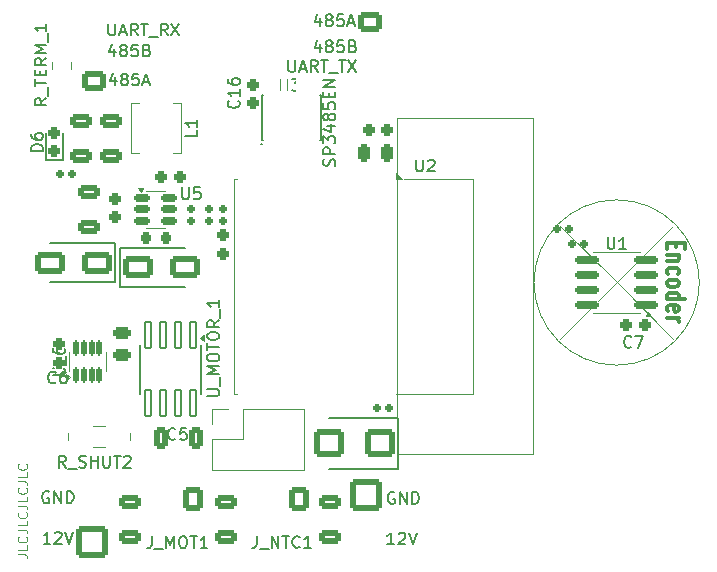
<source format=gbr>
%TF.GenerationSoftware,KiCad,Pcbnew,9.0.3*%
%TF.CreationDate,2025-08-08T12:42:48-04:00*%
%TF.ProjectId,DC_servo_joint,44435f73-6572-4766-9f5f-6a6f696e742e,rev?*%
%TF.SameCoordinates,Original*%
%TF.FileFunction,Legend,Top*%
%TF.FilePolarity,Positive*%
%FSLAX46Y46*%
G04 Gerber Fmt 4.6, Leading zero omitted, Abs format (unit mm)*
G04 Created by KiCad (PCBNEW 9.0.3) date 2025-08-08 12:42:48*
%MOMM*%
%LPD*%
G01*
G04 APERTURE LIST*
G04 Aperture macros list*
%AMRoundRect*
0 Rectangle with rounded corners*
0 $1 Rounding radius*
0 $2 $3 $4 $5 $6 $7 $8 $9 X,Y pos of 4 corners*
0 Add a 4 corners polygon primitive as box body*
4,1,4,$2,$3,$4,$5,$6,$7,$8,$9,$2,$3,0*
0 Add four circle primitives for the rounded corners*
1,1,$1+$1,$2,$3*
1,1,$1+$1,$4,$5*
1,1,$1+$1,$6,$7*
1,1,$1+$1,$8,$9*
0 Add four rect primitives between the rounded corners*
20,1,$1+$1,$2,$3,$4,$5,0*
20,1,$1+$1,$4,$5,$6,$7,0*
20,1,$1+$1,$6,$7,$8,$9,0*
20,1,$1+$1,$8,$9,$2,$3,0*%
G04 Aperture macros list end*
%ADD10C,0.100000*%
%ADD11C,0.150000*%
%ADD12C,0.300000*%
%ADD13C,0.120000*%
%ADD14RoundRect,0.244000X0.269000X-0.244000X0.269000X0.244000X-0.269000X0.244000X-0.269000X-0.244000X0*%
%ADD15C,3.200000*%
%ADD16RoundRect,0.244000X0.244000X0.269000X-0.244000X0.269000X-0.244000X-0.269000X0.244000X-0.269000X0*%
%ADD17RoundRect,0.159000X0.159000X0.189000X-0.159000X0.189000X-0.159000X-0.189000X0.159000X-0.189000X0*%
%ADD18C,1.496000*%
%ADD19RoundRect,0.125000X0.125000X-0.537500X0.125000X0.537500X-0.125000X0.537500X-0.125000X-0.537500X0*%
%ADD20RoundRect,0.269000X0.269000X0.494000X-0.269000X0.494000X-0.269000X-0.494000X0.269000X-0.494000X0*%
%ADD21C,1.296000*%
%ADD22RoundRect,0.159000X0.189000X-0.159000X0.189000X0.159000X-0.189000X0.159000X-0.189000X-0.159000X0*%
%ADD23R,0.500000X0.600000*%
%ADD24C,0.600000*%
%ADD25R,2.900000X2.900000*%
%ADD26R,0.900000X1.500000*%
%ADD27RoundRect,0.266521X0.671479X-0.346479X0.671479X0.346479X-0.671479X0.346479X-0.671479X-0.346479X0*%
%ADD28O,0.570000X1.950000*%
%ADD29C,0.770000*%
%ADD30RoundRect,0.070000X-0.250000X1.100000X-0.250000X-1.100000X0.250000X-1.100000X0.250000X1.100000X0*%
%ADD31R,3.100000X2.400000*%
%ADD32RoundRect,0.239000X0.274000X-0.239000X0.274000X0.239000X-0.274000X0.239000X-0.274000X-0.239000X0*%
%ADD33C,1.700000*%
%ADD34R,1.700000X1.700000*%
%ADD35RoundRect,0.267317X-0.470683X0.280683X-0.470683X-0.280683X0.470683X-0.280683X0.470683X0.280683X0*%
%ADD36RoundRect,0.266521X-0.671479X0.346479X-0.671479X-0.346479X0.671479X-0.346479X0.671479X0.346479X0*%
%ADD37RoundRect,0.150000X0.825000X0.150000X-0.825000X0.150000X-0.825000X-0.150000X0.825000X-0.150000X0*%
%ADD38RoundRect,0.244000X-0.269000X0.244000X-0.269000X-0.244000X0.269000X-0.244000X0.269000X0.244000X0*%
%ADD39RoundRect,0.159000X-0.189000X0.159000X-0.189000X-0.159000X0.189000X-0.159000X0.189000X0.159000X0*%
%ADD40RoundRect,0.266521X-0.346479X-0.671479X0.346479X-0.671479X0.346479X0.671479X-0.346479X0.671479X0*%
%ADD41R,0.600000X0.500000*%
%ADD42R,1.500000X1.800000*%
%ADD43RoundRect,0.258261X1.029739X0.929739X-1.029739X0.929739X-1.029739X-0.929739X1.029739X-0.929739X0*%
%ADD44R,2.286000X1.854500*%
%ADD45RoundRect,0.150000X-0.512500X-0.150000X0.512500X-0.150000X0.512500X0.150000X-0.512500X0.150000X0*%
%ADD46RoundRect,0.159000X-0.159000X-0.189000X0.159000X-0.189000X0.159000X0.189000X-0.159000X0.189000X0*%
%ADD47RoundRect,0.244000X-0.244000X-0.269000X0.244000X-0.269000X0.244000X0.269000X-0.244000X0.269000X0*%
%ADD48RoundRect,0.260556X-1.027444X-0.677444X1.027444X-0.677444X1.027444X0.677444X-1.027444X0.677444X0*%
%ADD49R,1.200000X1.200000*%
%ADD50RoundRect,0.260556X1.027444X0.677444X-1.027444X0.677444X-1.027444X-0.677444X1.027444X-0.677444X0*%
%ADD51RoundRect,0.219000X-0.219000X-0.294000X0.219000X-0.294000X0.219000X0.294000X-0.219000X0.294000X0*%
%ADD52O,1.700000X2.000000*%
%ADD53RoundRect,0.250000X0.600000X0.750000X-0.600000X0.750000X-0.600000X-0.750000X0.600000X-0.750000X0*%
%ADD54O,1.950000X1.700000*%
%ADD55RoundRect,0.250000X-0.725000X0.600000X-0.725000X-0.600000X0.725000X-0.600000X0.725000X0.600000X0*%
%ADD56C,2.700000*%
%ADD57RoundRect,0.250001X1.099999X-1.099999X1.099999X1.099999X-1.099999X1.099999X-1.099999X-1.099999X0*%
%ADD58C,1.600000*%
%ADD59RoundRect,0.250000X-0.388909X-0.673610X0.673610X-0.388909X0.388909X0.673610X-0.673610X0.388909X0*%
%ADD60RoundRect,0.250001X-1.099999X1.099999X-1.099999X-1.099999X1.099999X-1.099999X1.099999X1.099999X0*%
%ADD61RoundRect,0.250000X0.725000X-0.600000X0.725000X0.600000X-0.725000X0.600000X-0.725000X-0.600000X0*%
G04 APERTURE END LIST*
D10*
X157011625Y-74988375D02*
G75*
G02*
X143011625Y-74988375I-7000000J0D01*
G01*
X143011625Y-74988375D02*
G75*
G02*
X157011625Y-74988375I7000000J0D01*
G01*
X150011625Y-74988375D02*
X145200000Y-70200000D01*
X150011625Y-74988375D02*
X154800000Y-70200000D01*
X150011625Y-74988375D02*
X154800000Y-79800000D01*
X150011625Y-74988375D02*
X145200000Y-79800000D01*
X131450000Y-61050000D02*
X142950000Y-61050000D01*
X142950000Y-89550000D01*
X131450000Y-89550000D01*
X131450000Y-61050000D01*
D11*
X107565350Y-57628152D02*
X107565350Y-58294819D01*
X107327255Y-57247200D02*
X107089160Y-57961485D01*
X107089160Y-57961485D02*
X107708207Y-57961485D01*
X108232017Y-57723390D02*
X108136779Y-57675771D01*
X108136779Y-57675771D02*
X108089160Y-57628152D01*
X108089160Y-57628152D02*
X108041541Y-57532914D01*
X108041541Y-57532914D02*
X108041541Y-57485295D01*
X108041541Y-57485295D02*
X108089160Y-57390057D01*
X108089160Y-57390057D02*
X108136779Y-57342438D01*
X108136779Y-57342438D02*
X108232017Y-57294819D01*
X108232017Y-57294819D02*
X108422493Y-57294819D01*
X108422493Y-57294819D02*
X108517731Y-57342438D01*
X108517731Y-57342438D02*
X108565350Y-57390057D01*
X108565350Y-57390057D02*
X108612969Y-57485295D01*
X108612969Y-57485295D02*
X108612969Y-57532914D01*
X108612969Y-57532914D02*
X108565350Y-57628152D01*
X108565350Y-57628152D02*
X108517731Y-57675771D01*
X108517731Y-57675771D02*
X108422493Y-57723390D01*
X108422493Y-57723390D02*
X108232017Y-57723390D01*
X108232017Y-57723390D02*
X108136779Y-57771009D01*
X108136779Y-57771009D02*
X108089160Y-57818628D01*
X108089160Y-57818628D02*
X108041541Y-57913866D01*
X108041541Y-57913866D02*
X108041541Y-58104342D01*
X108041541Y-58104342D02*
X108089160Y-58199580D01*
X108089160Y-58199580D02*
X108136779Y-58247200D01*
X108136779Y-58247200D02*
X108232017Y-58294819D01*
X108232017Y-58294819D02*
X108422493Y-58294819D01*
X108422493Y-58294819D02*
X108517731Y-58247200D01*
X108517731Y-58247200D02*
X108565350Y-58199580D01*
X108565350Y-58199580D02*
X108612969Y-58104342D01*
X108612969Y-58104342D02*
X108612969Y-57913866D01*
X108612969Y-57913866D02*
X108565350Y-57818628D01*
X108565350Y-57818628D02*
X108517731Y-57771009D01*
X108517731Y-57771009D02*
X108422493Y-57723390D01*
X109517731Y-57294819D02*
X109041541Y-57294819D01*
X109041541Y-57294819D02*
X108993922Y-57771009D01*
X108993922Y-57771009D02*
X109041541Y-57723390D01*
X109041541Y-57723390D02*
X109136779Y-57675771D01*
X109136779Y-57675771D02*
X109374874Y-57675771D01*
X109374874Y-57675771D02*
X109470112Y-57723390D01*
X109470112Y-57723390D02*
X109517731Y-57771009D01*
X109517731Y-57771009D02*
X109565350Y-57866247D01*
X109565350Y-57866247D02*
X109565350Y-58104342D01*
X109565350Y-58104342D02*
X109517731Y-58199580D01*
X109517731Y-58199580D02*
X109470112Y-58247200D01*
X109470112Y-58247200D02*
X109374874Y-58294819D01*
X109374874Y-58294819D02*
X109136779Y-58294819D01*
X109136779Y-58294819D02*
X109041541Y-58247200D01*
X109041541Y-58247200D02*
X108993922Y-58199580D01*
X109946303Y-58009104D02*
X110422493Y-58009104D01*
X109851065Y-58294819D02*
X110184398Y-57294819D01*
X110184398Y-57294819D02*
X110517731Y-58294819D01*
X101935588Y-92717438D02*
X101840350Y-92669819D01*
X101840350Y-92669819D02*
X101697493Y-92669819D01*
X101697493Y-92669819D02*
X101554636Y-92717438D01*
X101554636Y-92717438D02*
X101459398Y-92812676D01*
X101459398Y-92812676D02*
X101411779Y-92907914D01*
X101411779Y-92907914D02*
X101364160Y-93098390D01*
X101364160Y-93098390D02*
X101364160Y-93241247D01*
X101364160Y-93241247D02*
X101411779Y-93431723D01*
X101411779Y-93431723D02*
X101459398Y-93526961D01*
X101459398Y-93526961D02*
X101554636Y-93622200D01*
X101554636Y-93622200D02*
X101697493Y-93669819D01*
X101697493Y-93669819D02*
X101792731Y-93669819D01*
X101792731Y-93669819D02*
X101935588Y-93622200D01*
X101935588Y-93622200D02*
X101983207Y-93574580D01*
X101983207Y-93574580D02*
X101983207Y-93241247D01*
X101983207Y-93241247D02*
X101792731Y-93241247D01*
X102411779Y-93669819D02*
X102411779Y-92669819D01*
X102411779Y-92669819D02*
X102983207Y-93669819D01*
X102983207Y-93669819D02*
X102983207Y-92669819D01*
X103459398Y-93669819D02*
X103459398Y-92669819D01*
X103459398Y-92669819D02*
X103697493Y-92669819D01*
X103697493Y-92669819D02*
X103840350Y-92717438D01*
X103840350Y-92717438D02*
X103935588Y-92812676D01*
X103935588Y-92812676D02*
X103983207Y-92907914D01*
X103983207Y-92907914D02*
X104030826Y-93098390D01*
X104030826Y-93098390D02*
X104030826Y-93241247D01*
X104030826Y-93241247D02*
X103983207Y-93431723D01*
X103983207Y-93431723D02*
X103935588Y-93526961D01*
X103935588Y-93526961D02*
X103840350Y-93622200D01*
X103840350Y-93622200D02*
X103697493Y-93669819D01*
X103697493Y-93669819D02*
X103459398Y-93669819D01*
D12*
X155059885Y-71608082D02*
X155059885Y-72008082D01*
X154274171Y-72179510D02*
X154274171Y-71608082D01*
X154274171Y-71608082D02*
X155774171Y-71608082D01*
X155774171Y-71608082D02*
X155774171Y-72179510D01*
X155274171Y-72693796D02*
X154274171Y-72693796D01*
X155131314Y-72693796D02*
X155202742Y-72750939D01*
X155202742Y-72750939D02*
X155274171Y-72865224D01*
X155274171Y-72865224D02*
X155274171Y-73036653D01*
X155274171Y-73036653D02*
X155202742Y-73150939D01*
X155202742Y-73150939D02*
X155059885Y-73208082D01*
X155059885Y-73208082D02*
X154274171Y-73208082D01*
X154345600Y-74293796D02*
X154274171Y-74179510D01*
X154274171Y-74179510D02*
X154274171Y-73950938D01*
X154274171Y-73950938D02*
X154345600Y-73836653D01*
X154345600Y-73836653D02*
X154417028Y-73779510D01*
X154417028Y-73779510D02*
X154559885Y-73722367D01*
X154559885Y-73722367D02*
X154988457Y-73722367D01*
X154988457Y-73722367D02*
X155131314Y-73779510D01*
X155131314Y-73779510D02*
X155202742Y-73836653D01*
X155202742Y-73836653D02*
X155274171Y-73950938D01*
X155274171Y-73950938D02*
X155274171Y-74179510D01*
X155274171Y-74179510D02*
X155202742Y-74293796D01*
X154274171Y-74979509D02*
X154345600Y-74865224D01*
X154345600Y-74865224D02*
X154417028Y-74808081D01*
X154417028Y-74808081D02*
X154559885Y-74750938D01*
X154559885Y-74750938D02*
X154988457Y-74750938D01*
X154988457Y-74750938D02*
X155131314Y-74808081D01*
X155131314Y-74808081D02*
X155202742Y-74865224D01*
X155202742Y-74865224D02*
X155274171Y-74979509D01*
X155274171Y-74979509D02*
X155274171Y-75150938D01*
X155274171Y-75150938D02*
X155202742Y-75265224D01*
X155202742Y-75265224D02*
X155131314Y-75322367D01*
X155131314Y-75322367D02*
X154988457Y-75379509D01*
X154988457Y-75379509D02*
X154559885Y-75379509D01*
X154559885Y-75379509D02*
X154417028Y-75322367D01*
X154417028Y-75322367D02*
X154345600Y-75265224D01*
X154345600Y-75265224D02*
X154274171Y-75150938D01*
X154274171Y-75150938D02*
X154274171Y-74979509D01*
X154274171Y-76408081D02*
X155774171Y-76408081D01*
X154345600Y-76408081D02*
X154274171Y-76293795D01*
X154274171Y-76293795D02*
X154274171Y-76065223D01*
X154274171Y-76065223D02*
X154345600Y-75950938D01*
X154345600Y-75950938D02*
X154417028Y-75893795D01*
X154417028Y-75893795D02*
X154559885Y-75836652D01*
X154559885Y-75836652D02*
X154988457Y-75836652D01*
X154988457Y-75836652D02*
X155131314Y-75893795D01*
X155131314Y-75893795D02*
X155202742Y-75950938D01*
X155202742Y-75950938D02*
X155274171Y-76065223D01*
X155274171Y-76065223D02*
X155274171Y-76293795D01*
X155274171Y-76293795D02*
X155202742Y-76408081D01*
X154345600Y-77436652D02*
X154274171Y-77322366D01*
X154274171Y-77322366D02*
X154274171Y-77093795D01*
X154274171Y-77093795D02*
X154345600Y-76979509D01*
X154345600Y-76979509D02*
X154488457Y-76922366D01*
X154488457Y-76922366D02*
X155059885Y-76922366D01*
X155059885Y-76922366D02*
X155202742Y-76979509D01*
X155202742Y-76979509D02*
X155274171Y-77093795D01*
X155274171Y-77093795D02*
X155274171Y-77322366D01*
X155274171Y-77322366D02*
X155202742Y-77436652D01*
X155202742Y-77436652D02*
X155059885Y-77493795D01*
X155059885Y-77493795D02*
X154917028Y-77493795D01*
X154917028Y-77493795D02*
X154774171Y-76922366D01*
X154274171Y-78008080D02*
X155274171Y-78008080D01*
X154988457Y-78008080D02*
X155131314Y-78065223D01*
X155131314Y-78065223D02*
X155202742Y-78122366D01*
X155202742Y-78122366D02*
X155274171Y-78236651D01*
X155274171Y-78236651D02*
X155274171Y-78350937D01*
D11*
X122211779Y-56169819D02*
X122211779Y-56979342D01*
X122211779Y-56979342D02*
X122259398Y-57074580D01*
X122259398Y-57074580D02*
X122307017Y-57122200D01*
X122307017Y-57122200D02*
X122402255Y-57169819D01*
X122402255Y-57169819D02*
X122592731Y-57169819D01*
X122592731Y-57169819D02*
X122687969Y-57122200D01*
X122687969Y-57122200D02*
X122735588Y-57074580D01*
X122735588Y-57074580D02*
X122783207Y-56979342D01*
X122783207Y-56979342D02*
X122783207Y-56169819D01*
X123211779Y-56884104D02*
X123687969Y-56884104D01*
X123116541Y-57169819D02*
X123449874Y-56169819D01*
X123449874Y-56169819D02*
X123783207Y-57169819D01*
X124687969Y-57169819D02*
X124354636Y-56693628D01*
X124116541Y-57169819D02*
X124116541Y-56169819D01*
X124116541Y-56169819D02*
X124497493Y-56169819D01*
X124497493Y-56169819D02*
X124592731Y-56217438D01*
X124592731Y-56217438D02*
X124640350Y-56265057D01*
X124640350Y-56265057D02*
X124687969Y-56360295D01*
X124687969Y-56360295D02*
X124687969Y-56503152D01*
X124687969Y-56503152D02*
X124640350Y-56598390D01*
X124640350Y-56598390D02*
X124592731Y-56646009D01*
X124592731Y-56646009D02*
X124497493Y-56693628D01*
X124497493Y-56693628D02*
X124116541Y-56693628D01*
X124973684Y-56169819D02*
X125545112Y-56169819D01*
X125259398Y-57169819D02*
X125259398Y-56169819D01*
X125640351Y-57265057D02*
X126402255Y-57265057D01*
X126497494Y-56169819D02*
X127068922Y-56169819D01*
X126783208Y-57169819D02*
X126783208Y-56169819D01*
X127307018Y-56169819D02*
X127973684Y-57169819D01*
X127973684Y-56169819D02*
X127307018Y-57169819D01*
X124915350Y-54828152D02*
X124915350Y-55494819D01*
X124677255Y-54447200D02*
X124439160Y-55161485D01*
X124439160Y-55161485D02*
X125058207Y-55161485D01*
X125582017Y-54923390D02*
X125486779Y-54875771D01*
X125486779Y-54875771D02*
X125439160Y-54828152D01*
X125439160Y-54828152D02*
X125391541Y-54732914D01*
X125391541Y-54732914D02*
X125391541Y-54685295D01*
X125391541Y-54685295D02*
X125439160Y-54590057D01*
X125439160Y-54590057D02*
X125486779Y-54542438D01*
X125486779Y-54542438D02*
X125582017Y-54494819D01*
X125582017Y-54494819D02*
X125772493Y-54494819D01*
X125772493Y-54494819D02*
X125867731Y-54542438D01*
X125867731Y-54542438D02*
X125915350Y-54590057D01*
X125915350Y-54590057D02*
X125962969Y-54685295D01*
X125962969Y-54685295D02*
X125962969Y-54732914D01*
X125962969Y-54732914D02*
X125915350Y-54828152D01*
X125915350Y-54828152D02*
X125867731Y-54875771D01*
X125867731Y-54875771D02*
X125772493Y-54923390D01*
X125772493Y-54923390D02*
X125582017Y-54923390D01*
X125582017Y-54923390D02*
X125486779Y-54971009D01*
X125486779Y-54971009D02*
X125439160Y-55018628D01*
X125439160Y-55018628D02*
X125391541Y-55113866D01*
X125391541Y-55113866D02*
X125391541Y-55304342D01*
X125391541Y-55304342D02*
X125439160Y-55399580D01*
X125439160Y-55399580D02*
X125486779Y-55447200D01*
X125486779Y-55447200D02*
X125582017Y-55494819D01*
X125582017Y-55494819D02*
X125772493Y-55494819D01*
X125772493Y-55494819D02*
X125867731Y-55447200D01*
X125867731Y-55447200D02*
X125915350Y-55399580D01*
X125915350Y-55399580D02*
X125962969Y-55304342D01*
X125962969Y-55304342D02*
X125962969Y-55113866D01*
X125962969Y-55113866D02*
X125915350Y-55018628D01*
X125915350Y-55018628D02*
X125867731Y-54971009D01*
X125867731Y-54971009D02*
X125772493Y-54923390D01*
X126867731Y-54494819D02*
X126391541Y-54494819D01*
X126391541Y-54494819D02*
X126343922Y-54971009D01*
X126343922Y-54971009D02*
X126391541Y-54923390D01*
X126391541Y-54923390D02*
X126486779Y-54875771D01*
X126486779Y-54875771D02*
X126724874Y-54875771D01*
X126724874Y-54875771D02*
X126820112Y-54923390D01*
X126820112Y-54923390D02*
X126867731Y-54971009D01*
X126867731Y-54971009D02*
X126915350Y-55066247D01*
X126915350Y-55066247D02*
X126915350Y-55304342D01*
X126915350Y-55304342D02*
X126867731Y-55399580D01*
X126867731Y-55399580D02*
X126820112Y-55447200D01*
X126820112Y-55447200D02*
X126724874Y-55494819D01*
X126724874Y-55494819D02*
X126486779Y-55494819D01*
X126486779Y-55494819D02*
X126391541Y-55447200D01*
X126391541Y-55447200D02*
X126343922Y-55399580D01*
X127677255Y-54971009D02*
X127820112Y-55018628D01*
X127820112Y-55018628D02*
X127867731Y-55066247D01*
X127867731Y-55066247D02*
X127915350Y-55161485D01*
X127915350Y-55161485D02*
X127915350Y-55304342D01*
X127915350Y-55304342D02*
X127867731Y-55399580D01*
X127867731Y-55399580D02*
X127820112Y-55447200D01*
X127820112Y-55447200D02*
X127724874Y-55494819D01*
X127724874Y-55494819D02*
X127343922Y-55494819D01*
X127343922Y-55494819D02*
X127343922Y-54494819D01*
X127343922Y-54494819D02*
X127677255Y-54494819D01*
X127677255Y-54494819D02*
X127772493Y-54542438D01*
X127772493Y-54542438D02*
X127820112Y-54590057D01*
X127820112Y-54590057D02*
X127867731Y-54685295D01*
X127867731Y-54685295D02*
X127867731Y-54780533D01*
X127867731Y-54780533D02*
X127820112Y-54875771D01*
X127820112Y-54875771D02*
X127772493Y-54923390D01*
X127772493Y-54923390D02*
X127677255Y-54971009D01*
X127677255Y-54971009D02*
X127343922Y-54971009D01*
D10*
X99296895Y-97990163D02*
X99868323Y-97990163D01*
X99868323Y-97990163D02*
X99982609Y-98028258D01*
X99982609Y-98028258D02*
X100058800Y-98104449D01*
X100058800Y-98104449D02*
X100096895Y-98218734D01*
X100096895Y-98218734D02*
X100096895Y-98294925D01*
X100096895Y-97228258D02*
X100096895Y-97609210D01*
X100096895Y-97609210D02*
X99296895Y-97609210D01*
X100020704Y-96504448D02*
X100058800Y-96542544D01*
X100058800Y-96542544D02*
X100096895Y-96656829D01*
X100096895Y-96656829D02*
X100096895Y-96733020D01*
X100096895Y-96733020D02*
X100058800Y-96847306D01*
X100058800Y-96847306D02*
X99982609Y-96923496D01*
X99982609Y-96923496D02*
X99906419Y-96961591D01*
X99906419Y-96961591D02*
X99754038Y-96999687D01*
X99754038Y-96999687D02*
X99639752Y-96999687D01*
X99639752Y-96999687D02*
X99487371Y-96961591D01*
X99487371Y-96961591D02*
X99411180Y-96923496D01*
X99411180Y-96923496D02*
X99334990Y-96847306D01*
X99334990Y-96847306D02*
X99296895Y-96733020D01*
X99296895Y-96733020D02*
X99296895Y-96656829D01*
X99296895Y-96656829D02*
X99334990Y-96542544D01*
X99334990Y-96542544D02*
X99373085Y-96504448D01*
X99296895Y-95933020D02*
X99868323Y-95933020D01*
X99868323Y-95933020D02*
X99982609Y-95971115D01*
X99982609Y-95971115D02*
X100058800Y-96047306D01*
X100058800Y-96047306D02*
X100096895Y-96161591D01*
X100096895Y-96161591D02*
X100096895Y-96237782D01*
X100096895Y-95171115D02*
X100096895Y-95552067D01*
X100096895Y-95552067D02*
X99296895Y-95552067D01*
X100020704Y-94447305D02*
X100058800Y-94485401D01*
X100058800Y-94485401D02*
X100096895Y-94599686D01*
X100096895Y-94599686D02*
X100096895Y-94675877D01*
X100096895Y-94675877D02*
X100058800Y-94790163D01*
X100058800Y-94790163D02*
X99982609Y-94866353D01*
X99982609Y-94866353D02*
X99906419Y-94904448D01*
X99906419Y-94904448D02*
X99754038Y-94942544D01*
X99754038Y-94942544D02*
X99639752Y-94942544D01*
X99639752Y-94942544D02*
X99487371Y-94904448D01*
X99487371Y-94904448D02*
X99411180Y-94866353D01*
X99411180Y-94866353D02*
X99334990Y-94790163D01*
X99334990Y-94790163D02*
X99296895Y-94675877D01*
X99296895Y-94675877D02*
X99296895Y-94599686D01*
X99296895Y-94599686D02*
X99334990Y-94485401D01*
X99334990Y-94485401D02*
X99373085Y-94447305D01*
X99296895Y-93875877D02*
X99868323Y-93875877D01*
X99868323Y-93875877D02*
X99982609Y-93913972D01*
X99982609Y-93913972D02*
X100058800Y-93990163D01*
X100058800Y-93990163D02*
X100096895Y-94104448D01*
X100096895Y-94104448D02*
X100096895Y-94180639D01*
X100096895Y-93113972D02*
X100096895Y-93494924D01*
X100096895Y-93494924D02*
X99296895Y-93494924D01*
X100020704Y-92390162D02*
X100058800Y-92428258D01*
X100058800Y-92428258D02*
X100096895Y-92542543D01*
X100096895Y-92542543D02*
X100096895Y-92618734D01*
X100096895Y-92618734D02*
X100058800Y-92733020D01*
X100058800Y-92733020D02*
X99982609Y-92809210D01*
X99982609Y-92809210D02*
X99906419Y-92847305D01*
X99906419Y-92847305D02*
X99754038Y-92885401D01*
X99754038Y-92885401D02*
X99639752Y-92885401D01*
X99639752Y-92885401D02*
X99487371Y-92847305D01*
X99487371Y-92847305D02*
X99411180Y-92809210D01*
X99411180Y-92809210D02*
X99334990Y-92733020D01*
X99334990Y-92733020D02*
X99296895Y-92618734D01*
X99296895Y-92618734D02*
X99296895Y-92542543D01*
X99296895Y-92542543D02*
X99334990Y-92428258D01*
X99334990Y-92428258D02*
X99373085Y-92390162D01*
X99296895Y-91818734D02*
X99868323Y-91818734D01*
X99868323Y-91818734D02*
X99982609Y-91856829D01*
X99982609Y-91856829D02*
X100058800Y-91933020D01*
X100058800Y-91933020D02*
X100096895Y-92047305D01*
X100096895Y-92047305D02*
X100096895Y-92123496D01*
X100096895Y-91056829D02*
X100096895Y-91437781D01*
X100096895Y-91437781D02*
X99296895Y-91437781D01*
X100020704Y-90333019D02*
X100058800Y-90371115D01*
X100058800Y-90371115D02*
X100096895Y-90485400D01*
X100096895Y-90485400D02*
X100096895Y-90561591D01*
X100096895Y-90561591D02*
X100058800Y-90675877D01*
X100058800Y-90675877D02*
X99982609Y-90752067D01*
X99982609Y-90752067D02*
X99906419Y-90790162D01*
X99906419Y-90790162D02*
X99754038Y-90828258D01*
X99754038Y-90828258D02*
X99639752Y-90828258D01*
X99639752Y-90828258D02*
X99487371Y-90790162D01*
X99487371Y-90790162D02*
X99411180Y-90752067D01*
X99411180Y-90752067D02*
X99334990Y-90675877D01*
X99334990Y-90675877D02*
X99296895Y-90561591D01*
X99296895Y-90561591D02*
X99296895Y-90485400D01*
X99296895Y-90485400D02*
X99334990Y-90371115D01*
X99334990Y-90371115D02*
X99373085Y-90333019D01*
D11*
X106986779Y-53069819D02*
X106986779Y-53879342D01*
X106986779Y-53879342D02*
X107034398Y-53974580D01*
X107034398Y-53974580D02*
X107082017Y-54022200D01*
X107082017Y-54022200D02*
X107177255Y-54069819D01*
X107177255Y-54069819D02*
X107367731Y-54069819D01*
X107367731Y-54069819D02*
X107462969Y-54022200D01*
X107462969Y-54022200D02*
X107510588Y-53974580D01*
X107510588Y-53974580D02*
X107558207Y-53879342D01*
X107558207Y-53879342D02*
X107558207Y-53069819D01*
X107986779Y-53784104D02*
X108462969Y-53784104D01*
X107891541Y-54069819D02*
X108224874Y-53069819D01*
X108224874Y-53069819D02*
X108558207Y-54069819D01*
X109462969Y-54069819D02*
X109129636Y-53593628D01*
X108891541Y-54069819D02*
X108891541Y-53069819D01*
X108891541Y-53069819D02*
X109272493Y-53069819D01*
X109272493Y-53069819D02*
X109367731Y-53117438D01*
X109367731Y-53117438D02*
X109415350Y-53165057D01*
X109415350Y-53165057D02*
X109462969Y-53260295D01*
X109462969Y-53260295D02*
X109462969Y-53403152D01*
X109462969Y-53403152D02*
X109415350Y-53498390D01*
X109415350Y-53498390D02*
X109367731Y-53546009D01*
X109367731Y-53546009D02*
X109272493Y-53593628D01*
X109272493Y-53593628D02*
X108891541Y-53593628D01*
X109748684Y-53069819D02*
X110320112Y-53069819D01*
X110034398Y-54069819D02*
X110034398Y-53069819D01*
X110415351Y-54165057D02*
X111177255Y-54165057D01*
X111986779Y-54069819D02*
X111653446Y-53593628D01*
X111415351Y-54069819D02*
X111415351Y-53069819D01*
X111415351Y-53069819D02*
X111796303Y-53069819D01*
X111796303Y-53069819D02*
X111891541Y-53117438D01*
X111891541Y-53117438D02*
X111939160Y-53165057D01*
X111939160Y-53165057D02*
X111986779Y-53260295D01*
X111986779Y-53260295D02*
X111986779Y-53403152D01*
X111986779Y-53403152D02*
X111939160Y-53498390D01*
X111939160Y-53498390D02*
X111891541Y-53546009D01*
X111891541Y-53546009D02*
X111796303Y-53593628D01*
X111796303Y-53593628D02*
X111415351Y-53593628D01*
X112320113Y-53069819D02*
X112986779Y-54069819D01*
X112986779Y-53069819D02*
X112320113Y-54069819D01*
X107490350Y-55178152D02*
X107490350Y-55844819D01*
X107252255Y-54797200D02*
X107014160Y-55511485D01*
X107014160Y-55511485D02*
X107633207Y-55511485D01*
X108157017Y-55273390D02*
X108061779Y-55225771D01*
X108061779Y-55225771D02*
X108014160Y-55178152D01*
X108014160Y-55178152D02*
X107966541Y-55082914D01*
X107966541Y-55082914D02*
X107966541Y-55035295D01*
X107966541Y-55035295D02*
X108014160Y-54940057D01*
X108014160Y-54940057D02*
X108061779Y-54892438D01*
X108061779Y-54892438D02*
X108157017Y-54844819D01*
X108157017Y-54844819D02*
X108347493Y-54844819D01*
X108347493Y-54844819D02*
X108442731Y-54892438D01*
X108442731Y-54892438D02*
X108490350Y-54940057D01*
X108490350Y-54940057D02*
X108537969Y-55035295D01*
X108537969Y-55035295D02*
X108537969Y-55082914D01*
X108537969Y-55082914D02*
X108490350Y-55178152D01*
X108490350Y-55178152D02*
X108442731Y-55225771D01*
X108442731Y-55225771D02*
X108347493Y-55273390D01*
X108347493Y-55273390D02*
X108157017Y-55273390D01*
X108157017Y-55273390D02*
X108061779Y-55321009D01*
X108061779Y-55321009D02*
X108014160Y-55368628D01*
X108014160Y-55368628D02*
X107966541Y-55463866D01*
X107966541Y-55463866D02*
X107966541Y-55654342D01*
X107966541Y-55654342D02*
X108014160Y-55749580D01*
X108014160Y-55749580D02*
X108061779Y-55797200D01*
X108061779Y-55797200D02*
X108157017Y-55844819D01*
X108157017Y-55844819D02*
X108347493Y-55844819D01*
X108347493Y-55844819D02*
X108442731Y-55797200D01*
X108442731Y-55797200D02*
X108490350Y-55749580D01*
X108490350Y-55749580D02*
X108537969Y-55654342D01*
X108537969Y-55654342D02*
X108537969Y-55463866D01*
X108537969Y-55463866D02*
X108490350Y-55368628D01*
X108490350Y-55368628D02*
X108442731Y-55321009D01*
X108442731Y-55321009D02*
X108347493Y-55273390D01*
X109442731Y-54844819D02*
X108966541Y-54844819D01*
X108966541Y-54844819D02*
X108918922Y-55321009D01*
X108918922Y-55321009D02*
X108966541Y-55273390D01*
X108966541Y-55273390D02*
X109061779Y-55225771D01*
X109061779Y-55225771D02*
X109299874Y-55225771D01*
X109299874Y-55225771D02*
X109395112Y-55273390D01*
X109395112Y-55273390D02*
X109442731Y-55321009D01*
X109442731Y-55321009D02*
X109490350Y-55416247D01*
X109490350Y-55416247D02*
X109490350Y-55654342D01*
X109490350Y-55654342D02*
X109442731Y-55749580D01*
X109442731Y-55749580D02*
X109395112Y-55797200D01*
X109395112Y-55797200D02*
X109299874Y-55844819D01*
X109299874Y-55844819D02*
X109061779Y-55844819D01*
X109061779Y-55844819D02*
X108966541Y-55797200D01*
X108966541Y-55797200D02*
X108918922Y-55749580D01*
X110252255Y-55321009D02*
X110395112Y-55368628D01*
X110395112Y-55368628D02*
X110442731Y-55416247D01*
X110442731Y-55416247D02*
X110490350Y-55511485D01*
X110490350Y-55511485D02*
X110490350Y-55654342D01*
X110490350Y-55654342D02*
X110442731Y-55749580D01*
X110442731Y-55749580D02*
X110395112Y-55797200D01*
X110395112Y-55797200D02*
X110299874Y-55844819D01*
X110299874Y-55844819D02*
X109918922Y-55844819D01*
X109918922Y-55844819D02*
X109918922Y-54844819D01*
X109918922Y-54844819D02*
X110252255Y-54844819D01*
X110252255Y-54844819D02*
X110347493Y-54892438D01*
X110347493Y-54892438D02*
X110395112Y-54940057D01*
X110395112Y-54940057D02*
X110442731Y-55035295D01*
X110442731Y-55035295D02*
X110442731Y-55130533D01*
X110442731Y-55130533D02*
X110395112Y-55225771D01*
X110395112Y-55225771D02*
X110347493Y-55273390D01*
X110347493Y-55273390D02*
X110252255Y-55321009D01*
X110252255Y-55321009D02*
X109918922Y-55321009D01*
X124915350Y-52628152D02*
X124915350Y-53294819D01*
X124677255Y-52247200D02*
X124439160Y-52961485D01*
X124439160Y-52961485D02*
X125058207Y-52961485D01*
X125582017Y-52723390D02*
X125486779Y-52675771D01*
X125486779Y-52675771D02*
X125439160Y-52628152D01*
X125439160Y-52628152D02*
X125391541Y-52532914D01*
X125391541Y-52532914D02*
X125391541Y-52485295D01*
X125391541Y-52485295D02*
X125439160Y-52390057D01*
X125439160Y-52390057D02*
X125486779Y-52342438D01*
X125486779Y-52342438D02*
X125582017Y-52294819D01*
X125582017Y-52294819D02*
X125772493Y-52294819D01*
X125772493Y-52294819D02*
X125867731Y-52342438D01*
X125867731Y-52342438D02*
X125915350Y-52390057D01*
X125915350Y-52390057D02*
X125962969Y-52485295D01*
X125962969Y-52485295D02*
X125962969Y-52532914D01*
X125962969Y-52532914D02*
X125915350Y-52628152D01*
X125915350Y-52628152D02*
X125867731Y-52675771D01*
X125867731Y-52675771D02*
X125772493Y-52723390D01*
X125772493Y-52723390D02*
X125582017Y-52723390D01*
X125582017Y-52723390D02*
X125486779Y-52771009D01*
X125486779Y-52771009D02*
X125439160Y-52818628D01*
X125439160Y-52818628D02*
X125391541Y-52913866D01*
X125391541Y-52913866D02*
X125391541Y-53104342D01*
X125391541Y-53104342D02*
X125439160Y-53199580D01*
X125439160Y-53199580D02*
X125486779Y-53247200D01*
X125486779Y-53247200D02*
X125582017Y-53294819D01*
X125582017Y-53294819D02*
X125772493Y-53294819D01*
X125772493Y-53294819D02*
X125867731Y-53247200D01*
X125867731Y-53247200D02*
X125915350Y-53199580D01*
X125915350Y-53199580D02*
X125962969Y-53104342D01*
X125962969Y-53104342D02*
X125962969Y-52913866D01*
X125962969Y-52913866D02*
X125915350Y-52818628D01*
X125915350Y-52818628D02*
X125867731Y-52771009D01*
X125867731Y-52771009D02*
X125772493Y-52723390D01*
X126867731Y-52294819D02*
X126391541Y-52294819D01*
X126391541Y-52294819D02*
X126343922Y-52771009D01*
X126343922Y-52771009D02*
X126391541Y-52723390D01*
X126391541Y-52723390D02*
X126486779Y-52675771D01*
X126486779Y-52675771D02*
X126724874Y-52675771D01*
X126724874Y-52675771D02*
X126820112Y-52723390D01*
X126820112Y-52723390D02*
X126867731Y-52771009D01*
X126867731Y-52771009D02*
X126915350Y-52866247D01*
X126915350Y-52866247D02*
X126915350Y-53104342D01*
X126915350Y-53104342D02*
X126867731Y-53199580D01*
X126867731Y-53199580D02*
X126820112Y-53247200D01*
X126820112Y-53247200D02*
X126724874Y-53294819D01*
X126724874Y-53294819D02*
X126486779Y-53294819D01*
X126486779Y-53294819D02*
X126391541Y-53247200D01*
X126391541Y-53247200D02*
X126343922Y-53199580D01*
X127296303Y-53009104D02*
X127772493Y-53009104D01*
X127201065Y-53294819D02*
X127534398Y-52294819D01*
X127534398Y-52294819D02*
X127867731Y-53294819D01*
X102060588Y-97119819D02*
X101489160Y-97119819D01*
X101774874Y-97119819D02*
X101774874Y-96119819D01*
X101774874Y-96119819D02*
X101679636Y-96262676D01*
X101679636Y-96262676D02*
X101584398Y-96357914D01*
X101584398Y-96357914D02*
X101489160Y-96405533D01*
X102441541Y-96215057D02*
X102489160Y-96167438D01*
X102489160Y-96167438D02*
X102584398Y-96119819D01*
X102584398Y-96119819D02*
X102822493Y-96119819D01*
X102822493Y-96119819D02*
X102917731Y-96167438D01*
X102917731Y-96167438D02*
X102965350Y-96215057D01*
X102965350Y-96215057D02*
X103012969Y-96310295D01*
X103012969Y-96310295D02*
X103012969Y-96405533D01*
X103012969Y-96405533D02*
X102965350Y-96548390D01*
X102965350Y-96548390D02*
X102393922Y-97119819D01*
X102393922Y-97119819D02*
X103012969Y-97119819D01*
X103298684Y-96119819D02*
X103632017Y-97119819D01*
X103632017Y-97119819D02*
X103965350Y-96119819D01*
X119555952Y-96454819D02*
X119555952Y-97169104D01*
X119555952Y-97169104D02*
X119508333Y-97311961D01*
X119508333Y-97311961D02*
X119413095Y-97407200D01*
X119413095Y-97407200D02*
X119270238Y-97454819D01*
X119270238Y-97454819D02*
X119175000Y-97454819D01*
X119794048Y-97550057D02*
X120555952Y-97550057D01*
X120794048Y-97454819D02*
X120794048Y-96454819D01*
X120794048Y-96454819D02*
X121365476Y-97454819D01*
X121365476Y-97454819D02*
X121365476Y-96454819D01*
X121698810Y-96454819D02*
X122270238Y-96454819D01*
X121984524Y-97454819D02*
X121984524Y-96454819D01*
X123175000Y-97359580D02*
X123127381Y-97407200D01*
X123127381Y-97407200D02*
X122984524Y-97454819D01*
X122984524Y-97454819D02*
X122889286Y-97454819D01*
X122889286Y-97454819D02*
X122746429Y-97407200D01*
X122746429Y-97407200D02*
X122651191Y-97311961D01*
X122651191Y-97311961D02*
X122603572Y-97216723D01*
X122603572Y-97216723D02*
X122555953Y-97026247D01*
X122555953Y-97026247D02*
X122555953Y-96883390D01*
X122555953Y-96883390D02*
X122603572Y-96692914D01*
X122603572Y-96692914D02*
X122651191Y-96597676D01*
X122651191Y-96597676D02*
X122746429Y-96502438D01*
X122746429Y-96502438D02*
X122889286Y-96454819D01*
X122889286Y-96454819D02*
X122984524Y-96454819D01*
X122984524Y-96454819D02*
X123127381Y-96502438D01*
X123127381Y-96502438D02*
X123175000Y-96550057D01*
X124127381Y-97454819D02*
X123555953Y-97454819D01*
X123841667Y-97454819D02*
X123841667Y-96454819D01*
X123841667Y-96454819D02*
X123746429Y-96597676D01*
X123746429Y-96597676D02*
X123651191Y-96692914D01*
X123651191Y-96692914D02*
X123555953Y-96740533D01*
X131185588Y-92767438D02*
X131090350Y-92719819D01*
X131090350Y-92719819D02*
X130947493Y-92719819D01*
X130947493Y-92719819D02*
X130804636Y-92767438D01*
X130804636Y-92767438D02*
X130709398Y-92862676D01*
X130709398Y-92862676D02*
X130661779Y-92957914D01*
X130661779Y-92957914D02*
X130614160Y-93148390D01*
X130614160Y-93148390D02*
X130614160Y-93291247D01*
X130614160Y-93291247D02*
X130661779Y-93481723D01*
X130661779Y-93481723D02*
X130709398Y-93576961D01*
X130709398Y-93576961D02*
X130804636Y-93672200D01*
X130804636Y-93672200D02*
X130947493Y-93719819D01*
X130947493Y-93719819D02*
X131042731Y-93719819D01*
X131042731Y-93719819D02*
X131185588Y-93672200D01*
X131185588Y-93672200D02*
X131233207Y-93624580D01*
X131233207Y-93624580D02*
X131233207Y-93291247D01*
X131233207Y-93291247D02*
X131042731Y-93291247D01*
X131661779Y-93719819D02*
X131661779Y-92719819D01*
X131661779Y-92719819D02*
X132233207Y-93719819D01*
X132233207Y-93719819D02*
X132233207Y-92719819D01*
X132709398Y-93719819D02*
X132709398Y-92719819D01*
X132709398Y-92719819D02*
X132947493Y-92719819D01*
X132947493Y-92719819D02*
X133090350Y-92767438D01*
X133090350Y-92767438D02*
X133185588Y-92862676D01*
X133185588Y-92862676D02*
X133233207Y-92957914D01*
X133233207Y-92957914D02*
X133280826Y-93148390D01*
X133280826Y-93148390D02*
X133280826Y-93291247D01*
X133280826Y-93291247D02*
X133233207Y-93481723D01*
X133233207Y-93481723D02*
X133185588Y-93576961D01*
X133185588Y-93576961D02*
X133090350Y-93672200D01*
X133090350Y-93672200D02*
X132947493Y-93719819D01*
X132947493Y-93719819D02*
X132709398Y-93719819D01*
X131160588Y-97169819D02*
X130589160Y-97169819D01*
X130874874Y-97169819D02*
X130874874Y-96169819D01*
X130874874Y-96169819D02*
X130779636Y-96312676D01*
X130779636Y-96312676D02*
X130684398Y-96407914D01*
X130684398Y-96407914D02*
X130589160Y-96455533D01*
X131541541Y-96265057D02*
X131589160Y-96217438D01*
X131589160Y-96217438D02*
X131684398Y-96169819D01*
X131684398Y-96169819D02*
X131922493Y-96169819D01*
X131922493Y-96169819D02*
X132017731Y-96217438D01*
X132017731Y-96217438D02*
X132065350Y-96265057D01*
X132065350Y-96265057D02*
X132112969Y-96360295D01*
X132112969Y-96360295D02*
X132112969Y-96455533D01*
X132112969Y-96455533D02*
X132065350Y-96598390D01*
X132065350Y-96598390D02*
X131493922Y-97169819D01*
X131493922Y-97169819D02*
X132112969Y-97169819D01*
X132398684Y-96169819D02*
X132732017Y-97169819D01*
X132732017Y-97169819D02*
X133065350Y-96169819D01*
X110634523Y-96479819D02*
X110634523Y-97194104D01*
X110634523Y-97194104D02*
X110586904Y-97336961D01*
X110586904Y-97336961D02*
X110491666Y-97432200D01*
X110491666Y-97432200D02*
X110348809Y-97479819D01*
X110348809Y-97479819D02*
X110253571Y-97479819D01*
X110872619Y-97575057D02*
X111634523Y-97575057D01*
X111872619Y-97479819D02*
X111872619Y-96479819D01*
X111872619Y-96479819D02*
X112205952Y-97194104D01*
X112205952Y-97194104D02*
X112539285Y-96479819D01*
X112539285Y-96479819D02*
X112539285Y-97479819D01*
X113205952Y-96479819D02*
X113396428Y-96479819D01*
X113396428Y-96479819D02*
X113491666Y-96527438D01*
X113491666Y-96527438D02*
X113586904Y-96622676D01*
X113586904Y-96622676D02*
X113634523Y-96813152D01*
X113634523Y-96813152D02*
X113634523Y-97146485D01*
X113634523Y-97146485D02*
X113586904Y-97336961D01*
X113586904Y-97336961D02*
X113491666Y-97432200D01*
X113491666Y-97432200D02*
X113396428Y-97479819D01*
X113396428Y-97479819D02*
X113205952Y-97479819D01*
X113205952Y-97479819D02*
X113110714Y-97432200D01*
X113110714Y-97432200D02*
X113015476Y-97336961D01*
X113015476Y-97336961D02*
X112967857Y-97146485D01*
X112967857Y-97146485D02*
X112967857Y-96813152D01*
X112967857Y-96813152D02*
X113015476Y-96622676D01*
X113015476Y-96622676D02*
X113110714Y-96527438D01*
X113110714Y-96527438D02*
X113205952Y-96479819D01*
X113920238Y-96479819D02*
X114491666Y-96479819D01*
X114205952Y-97479819D02*
X114205952Y-96479819D01*
X115348809Y-97479819D02*
X114777381Y-97479819D01*
X115063095Y-97479819D02*
X115063095Y-96479819D01*
X115063095Y-96479819D02*
X114967857Y-96622676D01*
X114967857Y-96622676D02*
X114872619Y-96717914D01*
X114872619Y-96717914D02*
X114777381Y-96765533D01*
X102279819Y-82805356D02*
X103089342Y-82805356D01*
X103089342Y-82805356D02*
X103184580Y-82757737D01*
X103184580Y-82757737D02*
X103232200Y-82710118D01*
X103232200Y-82710118D02*
X103279819Y-82614880D01*
X103279819Y-82614880D02*
X103279819Y-82424404D01*
X103279819Y-82424404D02*
X103232200Y-82329166D01*
X103232200Y-82329166D02*
X103184580Y-82281547D01*
X103184580Y-82281547D02*
X103089342Y-82233928D01*
X103089342Y-82233928D02*
X102279819Y-82233928D01*
X103375057Y-81995833D02*
X103375057Y-81233928D01*
X102279819Y-80567261D02*
X102279819Y-80757737D01*
X102279819Y-80757737D02*
X102327438Y-80852975D01*
X102327438Y-80852975D02*
X102375057Y-80900594D01*
X102375057Y-80900594D02*
X102517914Y-80995832D01*
X102517914Y-80995832D02*
X102708390Y-81043451D01*
X102708390Y-81043451D02*
X103089342Y-81043451D01*
X103089342Y-81043451D02*
X103184580Y-80995832D01*
X103184580Y-80995832D02*
X103232200Y-80948213D01*
X103232200Y-80948213D02*
X103279819Y-80852975D01*
X103279819Y-80852975D02*
X103279819Y-80662499D01*
X103279819Y-80662499D02*
X103232200Y-80567261D01*
X103232200Y-80567261D02*
X103184580Y-80519642D01*
X103184580Y-80519642D02*
X103089342Y-80472023D01*
X103089342Y-80472023D02*
X102851247Y-80472023D01*
X102851247Y-80472023D02*
X102756009Y-80519642D01*
X102756009Y-80519642D02*
X102708390Y-80567261D01*
X102708390Y-80567261D02*
X102660771Y-80662499D01*
X102660771Y-80662499D02*
X102660771Y-80852975D01*
X102660771Y-80852975D02*
X102708390Y-80948213D01*
X102708390Y-80948213D02*
X102756009Y-80995832D01*
X102756009Y-80995832D02*
X102851247Y-81043451D01*
X133038095Y-64579819D02*
X133038095Y-65389342D01*
X133038095Y-65389342D02*
X133085714Y-65484580D01*
X133085714Y-65484580D02*
X133133333Y-65532200D01*
X133133333Y-65532200D02*
X133228571Y-65579819D01*
X133228571Y-65579819D02*
X133419047Y-65579819D01*
X133419047Y-65579819D02*
X133514285Y-65532200D01*
X133514285Y-65532200D02*
X133561904Y-65484580D01*
X133561904Y-65484580D02*
X133609523Y-65389342D01*
X133609523Y-65389342D02*
X133609523Y-64579819D01*
X134038095Y-64675057D02*
X134085714Y-64627438D01*
X134085714Y-64627438D02*
X134180952Y-64579819D01*
X134180952Y-64579819D02*
X134419047Y-64579819D01*
X134419047Y-64579819D02*
X134514285Y-64627438D01*
X134514285Y-64627438D02*
X134561904Y-64675057D01*
X134561904Y-64675057D02*
X134609523Y-64770295D01*
X134609523Y-64770295D02*
X134609523Y-64865533D01*
X134609523Y-64865533D02*
X134561904Y-65008390D01*
X134561904Y-65008390D02*
X133990476Y-65579819D01*
X133990476Y-65579819D02*
X134609523Y-65579819D01*
X121563095Y-57754819D02*
X121563095Y-58564342D01*
X121563095Y-58564342D02*
X121610714Y-58659580D01*
X121610714Y-58659580D02*
X121658333Y-58707200D01*
X121658333Y-58707200D02*
X121753571Y-58754819D01*
X121753571Y-58754819D02*
X121944047Y-58754819D01*
X121944047Y-58754819D02*
X122039285Y-58707200D01*
X122039285Y-58707200D02*
X122086904Y-58659580D01*
X122086904Y-58659580D02*
X122134523Y-58564342D01*
X122134523Y-58564342D02*
X122134523Y-57754819D01*
X122515476Y-57754819D02*
X123134523Y-57754819D01*
X123134523Y-57754819D02*
X122801190Y-58135771D01*
X122801190Y-58135771D02*
X122944047Y-58135771D01*
X122944047Y-58135771D02*
X123039285Y-58183390D01*
X123039285Y-58183390D02*
X123086904Y-58231009D01*
X123086904Y-58231009D02*
X123134523Y-58326247D01*
X123134523Y-58326247D02*
X123134523Y-58564342D01*
X123134523Y-58564342D02*
X123086904Y-58659580D01*
X123086904Y-58659580D02*
X123039285Y-58707200D01*
X123039285Y-58707200D02*
X122944047Y-58754819D01*
X122944047Y-58754819D02*
X122658333Y-58754819D01*
X122658333Y-58754819D02*
X122563095Y-58707200D01*
X122563095Y-58707200D02*
X122515476Y-58659580D01*
X126132200Y-65116666D02*
X126179819Y-64973809D01*
X126179819Y-64973809D02*
X126179819Y-64735714D01*
X126179819Y-64735714D02*
X126132200Y-64640476D01*
X126132200Y-64640476D02*
X126084580Y-64592857D01*
X126084580Y-64592857D02*
X125989342Y-64545238D01*
X125989342Y-64545238D02*
X125894104Y-64545238D01*
X125894104Y-64545238D02*
X125798866Y-64592857D01*
X125798866Y-64592857D02*
X125751247Y-64640476D01*
X125751247Y-64640476D02*
X125703628Y-64735714D01*
X125703628Y-64735714D02*
X125656009Y-64926190D01*
X125656009Y-64926190D02*
X125608390Y-65021428D01*
X125608390Y-65021428D02*
X125560771Y-65069047D01*
X125560771Y-65069047D02*
X125465533Y-65116666D01*
X125465533Y-65116666D02*
X125370295Y-65116666D01*
X125370295Y-65116666D02*
X125275057Y-65069047D01*
X125275057Y-65069047D02*
X125227438Y-65021428D01*
X125227438Y-65021428D02*
X125179819Y-64926190D01*
X125179819Y-64926190D02*
X125179819Y-64688095D01*
X125179819Y-64688095D02*
X125227438Y-64545238D01*
X126179819Y-64116666D02*
X125179819Y-64116666D01*
X125179819Y-64116666D02*
X125179819Y-63735714D01*
X125179819Y-63735714D02*
X125227438Y-63640476D01*
X125227438Y-63640476D02*
X125275057Y-63592857D01*
X125275057Y-63592857D02*
X125370295Y-63545238D01*
X125370295Y-63545238D02*
X125513152Y-63545238D01*
X125513152Y-63545238D02*
X125608390Y-63592857D01*
X125608390Y-63592857D02*
X125656009Y-63640476D01*
X125656009Y-63640476D02*
X125703628Y-63735714D01*
X125703628Y-63735714D02*
X125703628Y-64116666D01*
X125179819Y-63211904D02*
X125179819Y-62592857D01*
X125179819Y-62592857D02*
X125560771Y-62926190D01*
X125560771Y-62926190D02*
X125560771Y-62783333D01*
X125560771Y-62783333D02*
X125608390Y-62688095D01*
X125608390Y-62688095D02*
X125656009Y-62640476D01*
X125656009Y-62640476D02*
X125751247Y-62592857D01*
X125751247Y-62592857D02*
X125989342Y-62592857D01*
X125989342Y-62592857D02*
X126084580Y-62640476D01*
X126084580Y-62640476D02*
X126132200Y-62688095D01*
X126132200Y-62688095D02*
X126179819Y-62783333D01*
X126179819Y-62783333D02*
X126179819Y-63069047D01*
X126179819Y-63069047D02*
X126132200Y-63164285D01*
X126132200Y-63164285D02*
X126084580Y-63211904D01*
X125513152Y-61735714D02*
X126179819Y-61735714D01*
X125132200Y-61973809D02*
X125846485Y-62211904D01*
X125846485Y-62211904D02*
X125846485Y-61592857D01*
X125608390Y-61069047D02*
X125560771Y-61164285D01*
X125560771Y-61164285D02*
X125513152Y-61211904D01*
X125513152Y-61211904D02*
X125417914Y-61259523D01*
X125417914Y-61259523D02*
X125370295Y-61259523D01*
X125370295Y-61259523D02*
X125275057Y-61211904D01*
X125275057Y-61211904D02*
X125227438Y-61164285D01*
X125227438Y-61164285D02*
X125179819Y-61069047D01*
X125179819Y-61069047D02*
X125179819Y-60878571D01*
X125179819Y-60878571D02*
X125227438Y-60783333D01*
X125227438Y-60783333D02*
X125275057Y-60735714D01*
X125275057Y-60735714D02*
X125370295Y-60688095D01*
X125370295Y-60688095D02*
X125417914Y-60688095D01*
X125417914Y-60688095D02*
X125513152Y-60735714D01*
X125513152Y-60735714D02*
X125560771Y-60783333D01*
X125560771Y-60783333D02*
X125608390Y-60878571D01*
X125608390Y-60878571D02*
X125608390Y-61069047D01*
X125608390Y-61069047D02*
X125656009Y-61164285D01*
X125656009Y-61164285D02*
X125703628Y-61211904D01*
X125703628Y-61211904D02*
X125798866Y-61259523D01*
X125798866Y-61259523D02*
X125989342Y-61259523D01*
X125989342Y-61259523D02*
X126084580Y-61211904D01*
X126084580Y-61211904D02*
X126132200Y-61164285D01*
X126132200Y-61164285D02*
X126179819Y-61069047D01*
X126179819Y-61069047D02*
X126179819Y-60878571D01*
X126179819Y-60878571D02*
X126132200Y-60783333D01*
X126132200Y-60783333D02*
X126084580Y-60735714D01*
X126084580Y-60735714D02*
X125989342Y-60688095D01*
X125989342Y-60688095D02*
X125798866Y-60688095D01*
X125798866Y-60688095D02*
X125703628Y-60735714D01*
X125703628Y-60735714D02*
X125656009Y-60783333D01*
X125656009Y-60783333D02*
X125608390Y-60878571D01*
X125179819Y-59783333D02*
X125179819Y-60259523D01*
X125179819Y-60259523D02*
X125656009Y-60307142D01*
X125656009Y-60307142D02*
X125608390Y-60259523D01*
X125608390Y-60259523D02*
X125560771Y-60164285D01*
X125560771Y-60164285D02*
X125560771Y-59926190D01*
X125560771Y-59926190D02*
X125608390Y-59830952D01*
X125608390Y-59830952D02*
X125656009Y-59783333D01*
X125656009Y-59783333D02*
X125751247Y-59735714D01*
X125751247Y-59735714D02*
X125989342Y-59735714D01*
X125989342Y-59735714D02*
X126084580Y-59783333D01*
X126084580Y-59783333D02*
X126132200Y-59830952D01*
X126132200Y-59830952D02*
X126179819Y-59926190D01*
X126179819Y-59926190D02*
X126179819Y-60164285D01*
X126179819Y-60164285D02*
X126132200Y-60259523D01*
X126132200Y-60259523D02*
X126084580Y-60307142D01*
X125656009Y-59307142D02*
X125656009Y-58973809D01*
X126179819Y-58830952D02*
X126179819Y-59307142D01*
X126179819Y-59307142D02*
X125179819Y-59307142D01*
X125179819Y-59307142D02*
X125179819Y-58830952D01*
X126179819Y-58402380D02*
X125179819Y-58402380D01*
X125179819Y-58402380D02*
X126179819Y-57830952D01*
X126179819Y-57830952D02*
X125179819Y-57830952D01*
X115354819Y-84573809D02*
X116164342Y-84573809D01*
X116164342Y-84573809D02*
X116259580Y-84526190D01*
X116259580Y-84526190D02*
X116307200Y-84478571D01*
X116307200Y-84478571D02*
X116354819Y-84383333D01*
X116354819Y-84383333D02*
X116354819Y-84192857D01*
X116354819Y-84192857D02*
X116307200Y-84097619D01*
X116307200Y-84097619D02*
X116259580Y-84050000D01*
X116259580Y-84050000D02*
X116164342Y-84002381D01*
X116164342Y-84002381D02*
X115354819Y-84002381D01*
X116450057Y-83764286D02*
X116450057Y-83002381D01*
X116354819Y-82764285D02*
X115354819Y-82764285D01*
X115354819Y-82764285D02*
X116069104Y-82430952D01*
X116069104Y-82430952D02*
X115354819Y-82097619D01*
X115354819Y-82097619D02*
X116354819Y-82097619D01*
X115354819Y-81430952D02*
X115354819Y-81240476D01*
X115354819Y-81240476D02*
X115402438Y-81145238D01*
X115402438Y-81145238D02*
X115497676Y-81050000D01*
X115497676Y-81050000D02*
X115688152Y-81002381D01*
X115688152Y-81002381D02*
X116021485Y-81002381D01*
X116021485Y-81002381D02*
X116211961Y-81050000D01*
X116211961Y-81050000D02*
X116307200Y-81145238D01*
X116307200Y-81145238D02*
X116354819Y-81240476D01*
X116354819Y-81240476D02*
X116354819Y-81430952D01*
X116354819Y-81430952D02*
X116307200Y-81526190D01*
X116307200Y-81526190D02*
X116211961Y-81621428D01*
X116211961Y-81621428D02*
X116021485Y-81669047D01*
X116021485Y-81669047D02*
X115688152Y-81669047D01*
X115688152Y-81669047D02*
X115497676Y-81621428D01*
X115497676Y-81621428D02*
X115402438Y-81526190D01*
X115402438Y-81526190D02*
X115354819Y-81430952D01*
X115354819Y-80716666D02*
X115354819Y-80145238D01*
X116354819Y-80430952D02*
X115354819Y-80430952D01*
X115354819Y-79621428D02*
X115354819Y-79430952D01*
X115354819Y-79430952D02*
X115402438Y-79335714D01*
X115402438Y-79335714D02*
X115497676Y-79240476D01*
X115497676Y-79240476D02*
X115688152Y-79192857D01*
X115688152Y-79192857D02*
X116021485Y-79192857D01*
X116021485Y-79192857D02*
X116211961Y-79240476D01*
X116211961Y-79240476D02*
X116307200Y-79335714D01*
X116307200Y-79335714D02*
X116354819Y-79430952D01*
X116354819Y-79430952D02*
X116354819Y-79621428D01*
X116354819Y-79621428D02*
X116307200Y-79716666D01*
X116307200Y-79716666D02*
X116211961Y-79811904D01*
X116211961Y-79811904D02*
X116021485Y-79859523D01*
X116021485Y-79859523D02*
X115688152Y-79859523D01*
X115688152Y-79859523D02*
X115497676Y-79811904D01*
X115497676Y-79811904D02*
X115402438Y-79716666D01*
X115402438Y-79716666D02*
X115354819Y-79621428D01*
X116354819Y-78192857D02*
X115878628Y-78526190D01*
X116354819Y-78764285D02*
X115354819Y-78764285D01*
X115354819Y-78764285D02*
X115354819Y-78383333D01*
X115354819Y-78383333D02*
X115402438Y-78288095D01*
X115402438Y-78288095D02*
X115450057Y-78240476D01*
X115450057Y-78240476D02*
X115545295Y-78192857D01*
X115545295Y-78192857D02*
X115688152Y-78192857D01*
X115688152Y-78192857D02*
X115783390Y-78240476D01*
X115783390Y-78240476D02*
X115831009Y-78288095D01*
X115831009Y-78288095D02*
X115878628Y-78383333D01*
X115878628Y-78383333D02*
X115878628Y-78764285D01*
X116450057Y-78002381D02*
X116450057Y-77240476D01*
X116354819Y-76478571D02*
X116354819Y-77049999D01*
X116354819Y-76764285D02*
X115354819Y-76764285D01*
X115354819Y-76764285D02*
X115497676Y-76859523D01*
X115497676Y-76859523D02*
X115592914Y-76954761D01*
X115592914Y-76954761D02*
X115640533Y-77049999D01*
X101424819Y-63838094D02*
X100424819Y-63838094D01*
X100424819Y-63838094D02*
X100424819Y-63599999D01*
X100424819Y-63599999D02*
X100472438Y-63457142D01*
X100472438Y-63457142D02*
X100567676Y-63361904D01*
X100567676Y-63361904D02*
X100662914Y-63314285D01*
X100662914Y-63314285D02*
X100853390Y-63266666D01*
X100853390Y-63266666D02*
X100996247Y-63266666D01*
X100996247Y-63266666D02*
X101186723Y-63314285D01*
X101186723Y-63314285D02*
X101281961Y-63361904D01*
X101281961Y-63361904D02*
X101377200Y-63457142D01*
X101377200Y-63457142D02*
X101424819Y-63599999D01*
X101424819Y-63599999D02*
X101424819Y-63838094D01*
X100424819Y-62409523D02*
X100424819Y-62599999D01*
X100424819Y-62599999D02*
X100472438Y-62695237D01*
X100472438Y-62695237D02*
X100520057Y-62742856D01*
X100520057Y-62742856D02*
X100662914Y-62838094D01*
X100662914Y-62838094D02*
X100853390Y-62885713D01*
X100853390Y-62885713D02*
X101234342Y-62885713D01*
X101234342Y-62885713D02*
X101329580Y-62838094D01*
X101329580Y-62838094D02*
X101377200Y-62790475D01*
X101377200Y-62790475D02*
X101424819Y-62695237D01*
X101424819Y-62695237D02*
X101424819Y-62504761D01*
X101424819Y-62504761D02*
X101377200Y-62409523D01*
X101377200Y-62409523D02*
X101329580Y-62361904D01*
X101329580Y-62361904D02*
X101234342Y-62314285D01*
X101234342Y-62314285D02*
X100996247Y-62314285D01*
X100996247Y-62314285D02*
X100901009Y-62361904D01*
X100901009Y-62361904D02*
X100853390Y-62409523D01*
X100853390Y-62409523D02*
X100805771Y-62504761D01*
X100805771Y-62504761D02*
X100805771Y-62695237D01*
X100805771Y-62695237D02*
X100853390Y-62790475D01*
X100853390Y-62790475D02*
X100901009Y-62838094D01*
X100901009Y-62838094D02*
X100996247Y-62885713D01*
X149238095Y-71154819D02*
X149238095Y-71964342D01*
X149238095Y-71964342D02*
X149285714Y-72059580D01*
X149285714Y-72059580D02*
X149333333Y-72107200D01*
X149333333Y-72107200D02*
X149428571Y-72154819D01*
X149428571Y-72154819D02*
X149619047Y-72154819D01*
X149619047Y-72154819D02*
X149714285Y-72107200D01*
X149714285Y-72107200D02*
X149761904Y-72059580D01*
X149761904Y-72059580D02*
X149809523Y-71964342D01*
X149809523Y-71964342D02*
X149809523Y-71154819D01*
X150809523Y-72154819D02*
X150238095Y-72154819D01*
X150523809Y-72154819D02*
X150523809Y-71154819D01*
X150523809Y-71154819D02*
X150428571Y-71297676D01*
X150428571Y-71297676D02*
X150333333Y-71392914D01*
X150333333Y-71392914D02*
X150238095Y-71440533D01*
X112658333Y-88209580D02*
X112610714Y-88257200D01*
X112610714Y-88257200D02*
X112467857Y-88304819D01*
X112467857Y-88304819D02*
X112372619Y-88304819D01*
X112372619Y-88304819D02*
X112229762Y-88257200D01*
X112229762Y-88257200D02*
X112134524Y-88161961D01*
X112134524Y-88161961D02*
X112086905Y-88066723D01*
X112086905Y-88066723D02*
X112039286Y-87876247D01*
X112039286Y-87876247D02*
X112039286Y-87733390D01*
X112039286Y-87733390D02*
X112086905Y-87542914D01*
X112086905Y-87542914D02*
X112134524Y-87447676D01*
X112134524Y-87447676D02*
X112229762Y-87352438D01*
X112229762Y-87352438D02*
X112372619Y-87304819D01*
X112372619Y-87304819D02*
X112467857Y-87304819D01*
X112467857Y-87304819D02*
X112610714Y-87352438D01*
X112610714Y-87352438D02*
X112658333Y-87400057D01*
X113563095Y-87304819D02*
X113086905Y-87304819D01*
X113086905Y-87304819D02*
X113039286Y-87781009D01*
X113039286Y-87781009D02*
X113086905Y-87733390D01*
X113086905Y-87733390D02*
X113182143Y-87685771D01*
X113182143Y-87685771D02*
X113420238Y-87685771D01*
X113420238Y-87685771D02*
X113515476Y-87733390D01*
X113515476Y-87733390D02*
X113563095Y-87781009D01*
X113563095Y-87781009D02*
X113610714Y-87876247D01*
X113610714Y-87876247D02*
X113610714Y-88114342D01*
X113610714Y-88114342D02*
X113563095Y-88209580D01*
X113563095Y-88209580D02*
X113515476Y-88257200D01*
X113515476Y-88257200D02*
X113420238Y-88304819D01*
X113420238Y-88304819D02*
X113182143Y-88304819D01*
X113182143Y-88304819D02*
X113086905Y-88257200D01*
X113086905Y-88257200D02*
X113039286Y-88209580D01*
X103347618Y-90654819D02*
X103014285Y-90178628D01*
X102776190Y-90654819D02*
X102776190Y-89654819D01*
X102776190Y-89654819D02*
X103157142Y-89654819D01*
X103157142Y-89654819D02*
X103252380Y-89702438D01*
X103252380Y-89702438D02*
X103299999Y-89750057D01*
X103299999Y-89750057D02*
X103347618Y-89845295D01*
X103347618Y-89845295D02*
X103347618Y-89988152D01*
X103347618Y-89988152D02*
X103299999Y-90083390D01*
X103299999Y-90083390D02*
X103252380Y-90131009D01*
X103252380Y-90131009D02*
X103157142Y-90178628D01*
X103157142Y-90178628D02*
X102776190Y-90178628D01*
X103538095Y-90750057D02*
X104299999Y-90750057D01*
X104490476Y-90607200D02*
X104633333Y-90654819D01*
X104633333Y-90654819D02*
X104871428Y-90654819D01*
X104871428Y-90654819D02*
X104966666Y-90607200D01*
X104966666Y-90607200D02*
X105014285Y-90559580D01*
X105014285Y-90559580D02*
X105061904Y-90464342D01*
X105061904Y-90464342D02*
X105061904Y-90369104D01*
X105061904Y-90369104D02*
X105014285Y-90273866D01*
X105014285Y-90273866D02*
X104966666Y-90226247D01*
X104966666Y-90226247D02*
X104871428Y-90178628D01*
X104871428Y-90178628D02*
X104680952Y-90131009D01*
X104680952Y-90131009D02*
X104585714Y-90083390D01*
X104585714Y-90083390D02*
X104538095Y-90035771D01*
X104538095Y-90035771D02*
X104490476Y-89940533D01*
X104490476Y-89940533D02*
X104490476Y-89845295D01*
X104490476Y-89845295D02*
X104538095Y-89750057D01*
X104538095Y-89750057D02*
X104585714Y-89702438D01*
X104585714Y-89702438D02*
X104680952Y-89654819D01*
X104680952Y-89654819D02*
X104919047Y-89654819D01*
X104919047Y-89654819D02*
X105061904Y-89702438D01*
X105490476Y-90654819D02*
X105490476Y-89654819D01*
X105490476Y-90131009D02*
X106061904Y-90131009D01*
X106061904Y-90654819D02*
X106061904Y-89654819D01*
X106538095Y-89654819D02*
X106538095Y-90464342D01*
X106538095Y-90464342D02*
X106585714Y-90559580D01*
X106585714Y-90559580D02*
X106633333Y-90607200D01*
X106633333Y-90607200D02*
X106728571Y-90654819D01*
X106728571Y-90654819D02*
X106919047Y-90654819D01*
X106919047Y-90654819D02*
X107014285Y-90607200D01*
X107014285Y-90607200D02*
X107061904Y-90559580D01*
X107061904Y-90559580D02*
X107109523Y-90464342D01*
X107109523Y-90464342D02*
X107109523Y-89654819D01*
X107442857Y-89654819D02*
X108014285Y-89654819D01*
X107728571Y-90654819D02*
X107728571Y-89654819D01*
X108300000Y-89750057D02*
X108347619Y-89702438D01*
X108347619Y-89702438D02*
X108442857Y-89654819D01*
X108442857Y-89654819D02*
X108680952Y-89654819D01*
X108680952Y-89654819D02*
X108776190Y-89702438D01*
X108776190Y-89702438D02*
X108823809Y-89750057D01*
X108823809Y-89750057D02*
X108871428Y-89845295D01*
X108871428Y-89845295D02*
X108871428Y-89940533D01*
X108871428Y-89940533D02*
X108823809Y-90083390D01*
X108823809Y-90083390D02*
X108252381Y-90654819D01*
X108252381Y-90654819D02*
X108871428Y-90654819D01*
X114486819Y-62074416D02*
X114486819Y-62550606D01*
X114486819Y-62550606D02*
X113486819Y-62550606D01*
X114486819Y-61217273D02*
X114486819Y-61788701D01*
X114486819Y-61502987D02*
X113486819Y-61502987D01*
X113486819Y-61502987D02*
X113629676Y-61598225D01*
X113629676Y-61598225D02*
X113724914Y-61693463D01*
X113724914Y-61693463D02*
X113772533Y-61788701D01*
X151258333Y-80409580D02*
X151210714Y-80457200D01*
X151210714Y-80457200D02*
X151067857Y-80504819D01*
X151067857Y-80504819D02*
X150972619Y-80504819D01*
X150972619Y-80504819D02*
X150829762Y-80457200D01*
X150829762Y-80457200D02*
X150734524Y-80361961D01*
X150734524Y-80361961D02*
X150686905Y-80266723D01*
X150686905Y-80266723D02*
X150639286Y-80076247D01*
X150639286Y-80076247D02*
X150639286Y-79933390D01*
X150639286Y-79933390D02*
X150686905Y-79742914D01*
X150686905Y-79742914D02*
X150734524Y-79647676D01*
X150734524Y-79647676D02*
X150829762Y-79552438D01*
X150829762Y-79552438D02*
X150972619Y-79504819D01*
X150972619Y-79504819D02*
X151067857Y-79504819D01*
X151067857Y-79504819D02*
X151210714Y-79552438D01*
X151210714Y-79552438D02*
X151258333Y-79600057D01*
X151591667Y-79504819D02*
X152258333Y-79504819D01*
X152258333Y-79504819D02*
X151829762Y-80504819D01*
X113213095Y-66929819D02*
X113213095Y-67739342D01*
X113213095Y-67739342D02*
X113260714Y-67834580D01*
X113260714Y-67834580D02*
X113308333Y-67882200D01*
X113308333Y-67882200D02*
X113403571Y-67929819D01*
X113403571Y-67929819D02*
X113594047Y-67929819D01*
X113594047Y-67929819D02*
X113689285Y-67882200D01*
X113689285Y-67882200D02*
X113736904Y-67834580D01*
X113736904Y-67834580D02*
X113784523Y-67739342D01*
X113784523Y-67739342D02*
X113784523Y-66929819D01*
X114736904Y-66929819D02*
X114260714Y-66929819D01*
X114260714Y-66929819D02*
X114213095Y-67406009D01*
X114213095Y-67406009D02*
X114260714Y-67358390D01*
X114260714Y-67358390D02*
X114355952Y-67310771D01*
X114355952Y-67310771D02*
X114594047Y-67310771D01*
X114594047Y-67310771D02*
X114689285Y-67358390D01*
X114689285Y-67358390D02*
X114736904Y-67406009D01*
X114736904Y-67406009D02*
X114784523Y-67501247D01*
X114784523Y-67501247D02*
X114784523Y-67739342D01*
X114784523Y-67739342D02*
X114736904Y-67834580D01*
X114736904Y-67834580D02*
X114689285Y-67882200D01*
X114689285Y-67882200D02*
X114594047Y-67929819D01*
X114594047Y-67929819D02*
X114355952Y-67929819D01*
X114355952Y-67929819D02*
X114260714Y-67882200D01*
X114260714Y-67882200D02*
X114213095Y-67834580D01*
X117984580Y-59592857D02*
X118032200Y-59640476D01*
X118032200Y-59640476D02*
X118079819Y-59783333D01*
X118079819Y-59783333D02*
X118079819Y-59878571D01*
X118079819Y-59878571D02*
X118032200Y-60021428D01*
X118032200Y-60021428D02*
X117936961Y-60116666D01*
X117936961Y-60116666D02*
X117841723Y-60164285D01*
X117841723Y-60164285D02*
X117651247Y-60211904D01*
X117651247Y-60211904D02*
X117508390Y-60211904D01*
X117508390Y-60211904D02*
X117317914Y-60164285D01*
X117317914Y-60164285D02*
X117222676Y-60116666D01*
X117222676Y-60116666D02*
X117127438Y-60021428D01*
X117127438Y-60021428D02*
X117079819Y-59878571D01*
X117079819Y-59878571D02*
X117079819Y-59783333D01*
X117079819Y-59783333D02*
X117127438Y-59640476D01*
X117127438Y-59640476D02*
X117175057Y-59592857D01*
X118079819Y-58640476D02*
X118079819Y-59211904D01*
X118079819Y-58926190D02*
X117079819Y-58926190D01*
X117079819Y-58926190D02*
X117222676Y-59021428D01*
X117222676Y-59021428D02*
X117317914Y-59116666D01*
X117317914Y-59116666D02*
X117365533Y-59211904D01*
X117079819Y-57783333D02*
X117079819Y-57973809D01*
X117079819Y-57973809D02*
X117127438Y-58069047D01*
X117127438Y-58069047D02*
X117175057Y-58116666D01*
X117175057Y-58116666D02*
X117317914Y-58211904D01*
X117317914Y-58211904D02*
X117508390Y-58259523D01*
X117508390Y-58259523D02*
X117889342Y-58259523D01*
X117889342Y-58259523D02*
X117984580Y-58211904D01*
X117984580Y-58211904D02*
X118032200Y-58164285D01*
X118032200Y-58164285D02*
X118079819Y-58069047D01*
X118079819Y-58069047D02*
X118079819Y-57878571D01*
X118079819Y-57878571D02*
X118032200Y-57783333D01*
X118032200Y-57783333D02*
X117984580Y-57735714D01*
X117984580Y-57735714D02*
X117889342Y-57688095D01*
X117889342Y-57688095D02*
X117651247Y-57688095D01*
X117651247Y-57688095D02*
X117556009Y-57735714D01*
X117556009Y-57735714D02*
X117508390Y-57783333D01*
X117508390Y-57783333D02*
X117460771Y-57878571D01*
X117460771Y-57878571D02*
X117460771Y-58069047D01*
X117460771Y-58069047D02*
X117508390Y-58164285D01*
X117508390Y-58164285D02*
X117556009Y-58211904D01*
X117556009Y-58211904D02*
X117651247Y-58259523D01*
X102508333Y-83434580D02*
X102460714Y-83482200D01*
X102460714Y-83482200D02*
X102317857Y-83529819D01*
X102317857Y-83529819D02*
X102222619Y-83529819D01*
X102222619Y-83529819D02*
X102079762Y-83482200D01*
X102079762Y-83482200D02*
X101984524Y-83386961D01*
X101984524Y-83386961D02*
X101936905Y-83291723D01*
X101936905Y-83291723D02*
X101889286Y-83101247D01*
X101889286Y-83101247D02*
X101889286Y-82958390D01*
X101889286Y-82958390D02*
X101936905Y-82767914D01*
X101936905Y-82767914D02*
X101984524Y-82672676D01*
X101984524Y-82672676D02*
X102079762Y-82577438D01*
X102079762Y-82577438D02*
X102222619Y-82529819D01*
X102222619Y-82529819D02*
X102317857Y-82529819D01*
X102317857Y-82529819D02*
X102460714Y-82577438D01*
X102460714Y-82577438D02*
X102508333Y-82625057D01*
X103365476Y-82529819D02*
X103175000Y-82529819D01*
X103175000Y-82529819D02*
X103079762Y-82577438D01*
X103079762Y-82577438D02*
X103032143Y-82625057D01*
X103032143Y-82625057D02*
X102936905Y-82767914D01*
X102936905Y-82767914D02*
X102889286Y-82958390D01*
X102889286Y-82958390D02*
X102889286Y-83339342D01*
X102889286Y-83339342D02*
X102936905Y-83434580D01*
X102936905Y-83434580D02*
X102984524Y-83482200D01*
X102984524Y-83482200D02*
X103079762Y-83529819D01*
X103079762Y-83529819D02*
X103270238Y-83529819D01*
X103270238Y-83529819D02*
X103365476Y-83482200D01*
X103365476Y-83482200D02*
X103413095Y-83434580D01*
X103413095Y-83434580D02*
X103460714Y-83339342D01*
X103460714Y-83339342D02*
X103460714Y-83101247D01*
X103460714Y-83101247D02*
X103413095Y-83006009D01*
X103413095Y-83006009D02*
X103365476Y-82958390D01*
X103365476Y-82958390D02*
X103270238Y-82910771D01*
X103270238Y-82910771D02*
X103079762Y-82910771D01*
X103079762Y-82910771D02*
X102984524Y-82958390D01*
X102984524Y-82958390D02*
X102936905Y-83006009D01*
X102936905Y-83006009D02*
X102889286Y-83101247D01*
X101729819Y-59408333D02*
X101253628Y-59741666D01*
X101729819Y-59979761D02*
X100729819Y-59979761D01*
X100729819Y-59979761D02*
X100729819Y-59598809D01*
X100729819Y-59598809D02*
X100777438Y-59503571D01*
X100777438Y-59503571D02*
X100825057Y-59455952D01*
X100825057Y-59455952D02*
X100920295Y-59408333D01*
X100920295Y-59408333D02*
X101063152Y-59408333D01*
X101063152Y-59408333D02*
X101158390Y-59455952D01*
X101158390Y-59455952D02*
X101206009Y-59503571D01*
X101206009Y-59503571D02*
X101253628Y-59598809D01*
X101253628Y-59598809D02*
X101253628Y-59979761D01*
X101825057Y-59217857D02*
X101825057Y-58455952D01*
X100729819Y-58360713D02*
X100729819Y-57789285D01*
X101729819Y-58074999D02*
X100729819Y-58074999D01*
X101206009Y-57455951D02*
X101206009Y-57122618D01*
X101729819Y-56979761D02*
X101729819Y-57455951D01*
X101729819Y-57455951D02*
X100729819Y-57455951D01*
X100729819Y-57455951D02*
X100729819Y-56979761D01*
X101729819Y-55979761D02*
X101253628Y-56313094D01*
X101729819Y-56551189D02*
X100729819Y-56551189D01*
X100729819Y-56551189D02*
X100729819Y-56170237D01*
X100729819Y-56170237D02*
X100777438Y-56074999D01*
X100777438Y-56074999D02*
X100825057Y-56027380D01*
X100825057Y-56027380D02*
X100920295Y-55979761D01*
X100920295Y-55979761D02*
X101063152Y-55979761D01*
X101063152Y-55979761D02*
X101158390Y-56027380D01*
X101158390Y-56027380D02*
X101206009Y-56074999D01*
X101206009Y-56074999D02*
X101253628Y-56170237D01*
X101253628Y-56170237D02*
X101253628Y-56551189D01*
X101729819Y-55551189D02*
X100729819Y-55551189D01*
X100729819Y-55551189D02*
X101444104Y-55217856D01*
X101444104Y-55217856D02*
X100729819Y-54884523D01*
X100729819Y-54884523D02*
X101729819Y-54884523D01*
X101825057Y-54646428D02*
X101825057Y-53884523D01*
X101729819Y-53122618D02*
X101729819Y-53694046D01*
X101729819Y-53408332D02*
X100729819Y-53408332D01*
X100729819Y-53408332D02*
X100872676Y-53503570D01*
X100872676Y-53503570D02*
X100967914Y-53598808D01*
X100967914Y-53598808D02*
X101015533Y-53694046D01*
D13*
%TO.C,U_6*%
X103740000Y-82962500D02*
X103410000Y-83202500D01*
X103410000Y-82722500D01*
X103740000Y-82962500D01*
G36*
X103740000Y-82962500D02*
G01*
X103410000Y-83202500D01*
X103410000Y-82722500D01*
X103740000Y-82962500D01*
G37*
X106785000Y-81662500D02*
X106785000Y-82462500D01*
X106785000Y-81662500D02*
X106785000Y-80862500D01*
X103665000Y-81662500D02*
X103665000Y-82462500D01*
X103665000Y-81662500D02*
X103665000Y-80862500D01*
%TO.C,U2*%
X131800000Y-66200000D02*
X131300000Y-66200000D01*
X131300000Y-65700000D01*
X131800000Y-66200000D01*
G36*
X131800000Y-66200000D02*
G01*
X131300000Y-66200000D01*
X131300000Y-65700000D01*
X131800000Y-66200000D01*
G37*
X137810000Y-84410000D02*
X131310000Y-84410000D01*
X137810000Y-66190000D02*
X137810000Y-84410000D01*
X137810000Y-66190000D02*
X132000000Y-66190000D01*
X117890000Y-84410000D02*
X117590000Y-84410000D01*
X117890000Y-66190000D02*
X117590000Y-66190000D01*
X117590000Y-66190000D02*
X117590000Y-84410000D01*
D11*
%TO.C,U3*%
X119980000Y-63300000D02*
G75*
G02*
X119920000Y-63300000I-30000J0D01*
G01*
X119920000Y-63300000D02*
G75*
G02*
X119980000Y-63300000I30000J0D01*
G01*
X124950000Y-62960000D02*
X124860000Y-62960000D01*
X124950000Y-59140000D02*
X124950000Y-62960000D01*
X124950000Y-59140000D02*
X124860000Y-59140000D01*
X119950000Y-62960000D02*
X120040000Y-62960000D01*
X119950000Y-62960000D02*
X119950000Y-59140000D01*
X119950000Y-59140000D02*
X120040000Y-59140000D01*
D13*
%TO.C,U_MOTOR_1*%
X115055000Y-79915000D02*
X114725000Y-79675000D01*
X115055000Y-79435000D01*
X115055000Y-79915000D01*
G36*
X115055000Y-79915000D02*
G01*
X114725000Y-79675000D01*
X115055000Y-79435000D01*
X115055000Y-79915000D01*
G37*
D11*
X114825000Y-80275000D02*
X114825000Y-84425000D01*
X109675000Y-80275000D02*
X109675000Y-84425000D01*
%TO.C,D6*%
X103130000Y-64590000D02*
X103130000Y-62300000D01*
X101670000Y-64590000D02*
X103130000Y-64590000D01*
X101670000Y-62300000D02*
X101670000Y-64590000D01*
D13*
%TO.C,J_USB1*%
X123530000Y-90870000D02*
X123530000Y-85670000D01*
X118390000Y-88270000D02*
X118390000Y-85670000D01*
X118390000Y-85670000D02*
X123530000Y-85670000D01*
X115790000Y-90870000D02*
X123530000Y-90870000D01*
X115790000Y-90870000D02*
X115790000Y-88270000D01*
X115790000Y-88270000D02*
X118390000Y-88270000D01*
X115790000Y-87000000D02*
X115790000Y-85670000D01*
X115790000Y-85670000D02*
X117120000Y-85670000D01*
%TO.C,U1*%
X152940000Y-77795000D02*
X152460000Y-77795000D01*
X152700000Y-77465000D01*
X152940000Y-77795000D01*
G36*
X152940000Y-77795000D02*
G01*
X152460000Y-77795000D01*
X152700000Y-77465000D01*
X152940000Y-77795000D01*
G37*
X150000000Y-77560000D02*
X151950000Y-77560000D01*
X150000000Y-77560000D02*
X148050000Y-77560000D01*
X150000000Y-72440000D02*
X151950000Y-72440000D01*
X150000000Y-72440000D02*
X148050000Y-72440000D01*
D10*
%TO.C,R_SHUT2*%
X108800000Y-88300000D02*
X108800000Y-87700000D01*
X106200000Y-88900000D02*
X106700000Y-88900000D01*
X106200000Y-88900000D02*
X105700000Y-88900000D01*
X106200000Y-87100000D02*
X106700000Y-87100000D01*
X106200000Y-87100000D02*
X105700000Y-87100000D01*
X103600000Y-88300000D02*
X103600000Y-87700000D01*
D11*
%TO.C,D1*%
X131460000Y-90750000D02*
X131460000Y-86450000D01*
X131460000Y-90750000D02*
X125650000Y-90750000D01*
X131460000Y-86450000D02*
X125650000Y-86450000D01*
D13*
%TO.C,L1*%
X113132000Y-64039750D02*
X112443000Y-64039750D01*
X113132000Y-59775750D02*
X113132000Y-64039750D01*
X112443000Y-59775750D02*
X113132000Y-59775750D01*
X109557000Y-59775750D02*
X108868000Y-59775750D01*
X108868000Y-64039750D02*
X109557000Y-64039750D01*
X108868000Y-59775750D02*
X108868000Y-64039750D01*
%TO.C,U5*%
X109700000Y-67290000D02*
X109460000Y-66960000D01*
X109940000Y-66960000D01*
X109700000Y-67290000D01*
G36*
X109700000Y-67290000D02*
G01*
X109460000Y-66960000D01*
X109940000Y-66960000D01*
X109700000Y-67290000D01*
G37*
X111000000Y-70360000D02*
X111800000Y-70360000D01*
X111000000Y-70360000D02*
X110200000Y-70360000D01*
X111000000Y-67240000D02*
X111800000Y-67240000D01*
X111000000Y-67240000D02*
X110200000Y-67240000D01*
D11*
%TO.C,D3*%
X107990000Y-75350000D02*
X113500000Y-75350000D01*
X107990000Y-72050000D02*
X113500000Y-72050000D01*
X107990000Y-72050000D02*
X107990000Y-75350000D01*
D13*
%TO.C,R_TERM_1*%
X103800000Y-56300000D02*
X103800000Y-56900000D01*
X102200000Y-56280000D02*
X102200000Y-56880000D01*
D11*
%TO.C,D5*%
X107510000Y-74950000D02*
X107510000Y-71650000D01*
X107510000Y-74950000D02*
X102000000Y-74950000D01*
X107510000Y-71650000D02*
X102000000Y-71650000D01*
%TD*%
%LPC*%
D14*
%TO.C,C12*%
X107500000Y-67920000D03*
X107500000Y-69480000D03*
%TD*%
D15*
%TO.C,H1*%
X115000000Y-52500000D03*
%TD*%
D16*
%TO.C,C8*%
X129020000Y-62050000D03*
X130580000Y-62050000D03*
%TD*%
D17*
%TO.C,R_i2c1*%
X146250000Y-71700000D03*
X147250000Y-71700000D03*
%TD*%
D18*
%TO.C,H6*%
X135800000Y-98800000D03*
%TD*%
D19*
%TO.C,U_6*%
X104250000Y-80525000D03*
X104900000Y-80525000D03*
X105550000Y-80525000D03*
X106200000Y-80525000D03*
X106200000Y-82800000D03*
X105550000Y-82800000D03*
X104900000Y-82800000D03*
X104250000Y-82800000D03*
%TD*%
D20*
%TO.C,C14*%
X128650000Y-64050000D03*
X130550000Y-64050000D03*
%TD*%
D21*
%TO.C,H4*%
X143900000Y-57700000D03*
%TD*%
D17*
%TO.C,R2*%
X129700000Y-85600000D03*
X130700000Y-85600000D03*
%TD*%
D22*
%TO.C,R7*%
X114000000Y-68800000D03*
X114000000Y-69800000D03*
%TD*%
D23*
%TO.C,D4*%
X112500000Y-89950000D03*
X113300000Y-89950000D03*
%TD*%
D24*
%TO.C,U2*%
X123850000Y-77360000D03*
X124950000Y-77360000D03*
X123300000Y-76810000D03*
X124400000Y-76810000D03*
X125500000Y-76810000D03*
X123850000Y-76260000D03*
D25*
X124400000Y-76260000D03*
D24*
X124950000Y-76260000D03*
X123300000Y-75710000D03*
X124400000Y-75710000D03*
X125500000Y-75710000D03*
X123850000Y-75160000D03*
X124950000Y-75160000D03*
D26*
X130600000Y-84050000D03*
X129100000Y-84050000D03*
X127600000Y-84050000D03*
X126100000Y-84050000D03*
X124600000Y-84050000D03*
X123100000Y-84050000D03*
X121600000Y-84050000D03*
X120100000Y-84050000D03*
X118600000Y-84050000D03*
X118600000Y-66550000D03*
X120100000Y-66550000D03*
X121600000Y-66550000D03*
X123100000Y-66550000D03*
X124600000Y-66550000D03*
X126100000Y-66550000D03*
X127600000Y-66550000D03*
X129100000Y-66550000D03*
X130600000Y-66550000D03*
%TD*%
D27*
%TO.C,C17*%
X116900000Y-93570000D03*
X116900000Y-96530000D03*
%TD*%
D28*
%TO.C,U3*%
X120540000Y-58340000D03*
X121810000Y-58340000D03*
X123090000Y-58340000D03*
X124360000Y-58340000D03*
X124360000Y-63760000D03*
X123090000Y-63760000D03*
X121810000Y-63760000D03*
X120540000Y-63760000D03*
%TD*%
D27*
%TO.C,C1*%
X125700000Y-93570000D03*
X125700000Y-96530000D03*
%TD*%
D29*
%TO.C,U_MOTOR_1*%
X110950000Y-83000000D03*
X112250000Y-83000000D03*
X113550000Y-83000000D03*
X110950000Y-81700000D03*
X112250000Y-81700000D03*
X113550000Y-81700000D03*
D30*
X114155000Y-85225000D03*
X112885000Y-85225000D03*
X111615000Y-85225000D03*
X110345000Y-85225000D03*
X110345000Y-79475000D03*
X111615000Y-79475000D03*
X112885000Y-79475000D03*
X114155000Y-79475000D03*
D31*
X112250000Y-82350000D03*
%TD*%
D32*
%TO.C,D6*%
X102400000Y-62310000D03*
X102400000Y-63890000D03*
%TD*%
D33*
%TO.C,J_USB1*%
X122200000Y-89540000D03*
X122200000Y-87000000D03*
X119660000Y-89540000D03*
X119660000Y-87000000D03*
X117120000Y-89540000D03*
D34*
X117120000Y-87000000D03*
%TD*%
D27*
%TO.C,C2*%
X108800000Y-93570000D03*
X108800000Y-96530000D03*
%TD*%
D35*
%TO.C,R3*%
X108100000Y-81110000D03*
X108100000Y-79290000D03*
%TD*%
D21*
%TO.C,H5*%
X100200000Y-51200000D03*
%TD*%
D36*
%TO.C,C10*%
X107200000Y-64280000D03*
X107200000Y-61320000D03*
%TD*%
D37*
%TO.C,U1*%
X147525000Y-76905000D03*
X147525000Y-75635000D03*
X147525000Y-74365000D03*
X147525000Y-73095000D03*
X152475000Y-73095000D03*
X152475000Y-74365000D03*
X152475000Y-75635000D03*
X152475000Y-76905000D03*
%TD*%
D38*
%TO.C,C4*%
X116700000Y-72560000D03*
X116700000Y-71000000D03*
%TD*%
D39*
%TO.C,R5*%
X116700000Y-69780000D03*
X116700000Y-68780000D03*
%TD*%
D40*
%TO.C,C5*%
X114380000Y-88150000D03*
X111420000Y-88150000D03*
%TD*%
D36*
%TO.C,C3*%
X104700000Y-64260000D03*
X104700000Y-61300000D03*
%TD*%
D41*
%TO.C,D2*%
X118700000Y-95450000D03*
X118700000Y-94650000D03*
%TD*%
D17*
%TO.C,R_i2c2*%
X145000000Y-70450000D03*
X146000000Y-70450000D03*
%TD*%
D42*
%TO.C,R_SHUT2*%
X104400000Y-88000000D03*
X108000000Y-88000000D03*
%TD*%
D43*
%TO.C,D1*%
X125650000Y-88600000D03*
X129950000Y-88600000D03*
%TD*%
D44*
%TO.C,L1*%
X111000000Y-63800000D03*
X111000000Y-60015500D03*
%TD*%
D39*
%TO.C,R1*%
X115500000Y-69800000D03*
X115500000Y-68800000D03*
%TD*%
D16*
%TO.C,C7*%
X150820000Y-78600000D03*
X152380000Y-78600000D03*
%TD*%
D45*
%TO.C,U5*%
X112137500Y-67850000D03*
X112137500Y-68800000D03*
X112137500Y-69750000D03*
X109862500Y-69750000D03*
X109862500Y-68800000D03*
X109862500Y-67850000D03*
%TD*%
D46*
%TO.C,R6*%
X103900000Y-65800000D03*
X102900000Y-65800000D03*
%TD*%
D38*
%TO.C,C16*%
X119200000Y-59830000D03*
X119200000Y-58270000D03*
%TD*%
D47*
%TO.C,C13*%
X113030000Y-66050000D03*
X111470000Y-66050000D03*
%TD*%
D48*
%TO.C,D3*%
X113500000Y-73700000D03*
X109500000Y-73700000D03*
%TD*%
D27*
%TO.C,C9*%
X105300000Y-67320000D03*
X105300000Y-70280000D03*
%TD*%
D14*
%TO.C,C6*%
X102800000Y-80220000D03*
X102800000Y-81780000D03*
%TD*%
D15*
%TO.C,H2*%
X148000000Y-90000000D03*
%TD*%
%TO.C,H3*%
X148000000Y-60000000D03*
%TD*%
D49*
%TO.C,R_TERM_1*%
X103000000Y-57650000D03*
X103000000Y-55550000D03*
%TD*%
D50*
%TO.C,D5*%
X102000000Y-73300000D03*
X106000000Y-73300000D03*
%TD*%
D51*
%TO.C,R4*%
X111820000Y-71200000D03*
X110180000Y-71200000D03*
%TD*%
D52*
%TO.C,J_MOT1*%
X111600000Y-93300000D03*
D53*
X114100000Y-93300000D03*
%TD*%
D54*
%TO.C,J_BUS1*%
X129155000Y-57900000D03*
X129155000Y-55400000D03*
D55*
X129155000Y-52900000D03*
%TD*%
D56*
%TO.C,J_PWR1*%
X105600000Y-92970000D03*
D57*
X105600000Y-96930000D03*
%TD*%
D58*
%TO.C,C15*%
X107600000Y-84725000D03*
D59*
X104219260Y-85630867D03*
%TD*%
D56*
%TO.C,J_PWR2*%
X128800000Y-96930000D03*
D60*
X128800000Y-92970000D03*
%TD*%
D52*
%TO.C,J_NTC1*%
X120600000Y-93350000D03*
D53*
X123100000Y-93350000D03*
%TD*%
D54*
%TO.C,J_BUS2*%
X105800000Y-52900000D03*
X105800000Y-55400000D03*
D61*
X105800000Y-57900000D03*
%TD*%
%LPD*%
M02*

</source>
